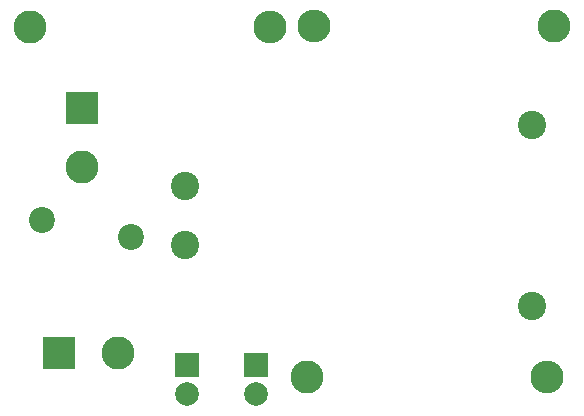
<source format=gbr>
G04 #@! TF.FileFunction,Soldermask,Top*
%FSLAX46Y46*%
G04 Gerber Fmt 4.6, Leading zero omitted, Abs format (unit mm)*
G04 Created by KiCad (PCBNEW 4.0.4-stable) date 03/24/18 22:40:38*
%MOMM*%
%LPD*%
G01*
G04 APERTURE LIST*
%ADD10C,0.100000*%
%ADD11C,2.400000*%
%ADD12R,2.800000X2.800000*%
%ADD13C,2.800000*%
%ADD14C,2.200000*%
%ADD15O,2.800000X2.800000*%
%ADD16R,2.000000X2.000000*%
%ADD17C,2.000000*%
G04 APERTURE END LIST*
D10*
D11*
X176470000Y-91970000D03*
X176470000Y-76570000D03*
X147070000Y-86770000D03*
X147070000Y-81770000D03*
D12*
X138390000Y-75160000D03*
D13*
X138390000Y-80160000D03*
D12*
X136430000Y-95950000D03*
D13*
X141430000Y-95950000D03*
D14*
X142490000Y-86060000D03*
X134990000Y-84660000D03*
D13*
X134010000Y-68280000D03*
D15*
X154330000Y-68280000D03*
D13*
X178350000Y-68240000D03*
D15*
X158030000Y-68240000D03*
D13*
X157430000Y-97990000D03*
D15*
X177750000Y-97990000D03*
D16*
X153130000Y-96910000D03*
D17*
X153130000Y-99410000D03*
D16*
X147280000Y-96910000D03*
D17*
X147280000Y-99410000D03*
M02*

</source>
